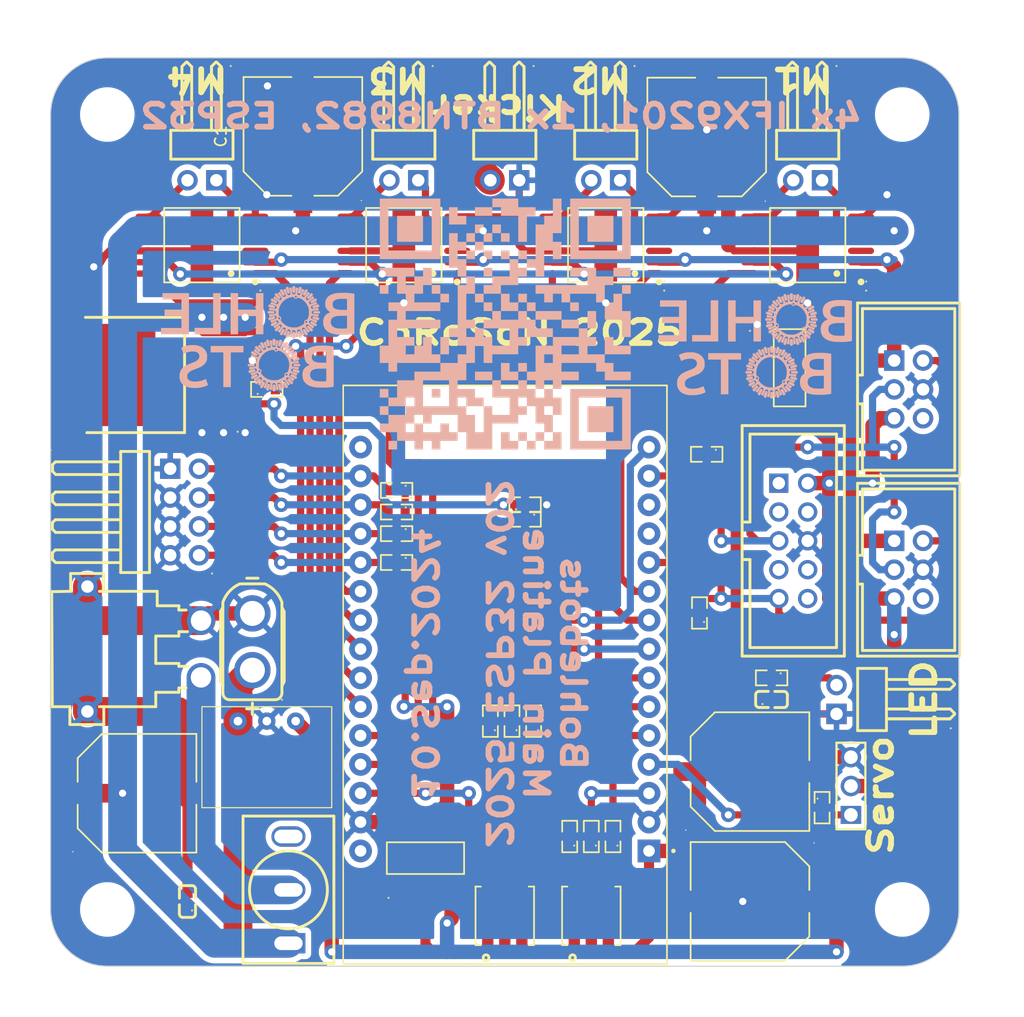
<source format=kicad_pcb>
(kicad_pcb (version 20240108) (generator "pcbnew") (generator_version "8.0")
  (layers (0 "F.Cu" signal) (31 "B.Cu" signal) (34 "B.Paste" user) (35 "F.Paste" user) (36 "B.SilkS" user "B.Silkscreen") (37 "F.SilkS" user "F.Silkscreen") (38 "B.Mask" user) (39 "F.Mask" user) (44 "Edge.Cuts" user))
  (net 0 "")
  (net 1 "+3.3V")
  (net 2 "Data")
  (net 3 "Clock")
  (net 4 "GND")
  (net 8 "DIR2")
  (net 10 "Net-(IFX2-OUT1)")
  (net 11 "Net-(IFX2-OUT2)")
  (net 13 "PWM2")
  (net 14 "DIR3")
  (net 16 "led1b")
  (net 17 "+5V")
  (net 18 "+BATT")
  (net 19 "DIR1")
  (net 21 "Net-(IFX1-OUT1)")
  (net 22 "Net-(IFX1-OUT2)")
  (net 23 "DIS")
  (net 24 "PWM1")
  (net 25 "/pled")
  (net 26 "Net-(IFX3-OUT1)")
  (net 27 "Net-(IFX3-OUT2)")
  (net 28 "PWM3")
  (net 29 "Net-(U10-Pad2)")
  (net 31 "/a1")
  (net 32 "/a2")
  (net 33 "/a3")
  (net 34 "/a4")
  (net 35 "Net-(U8-INH)")
  (net 36 "servo")
  (net 37 "led1r")
  (net 38 "led1g")
  (net 39 "Net-(LED2---Pad4)")
  (net 40 "Net-(LED2---Pad5)")
  (net 41 "Net-(LED2---Pad6)")
  (net 42 "led2b")
  (net 43 "led2r")
  (net 44 "led2g")
  (net 46 "Net-(U2-Pad2)")
  (net 47 "Net-(LED3---Pad4)")
  (net 48 "Net-(LED3---Pad5)")
  (net 49 "Net-(LED3---Pad6)")
  (net 56 "Net-(U8-IN)")
  (net 57 "kicker")
  (net 58 "PWM4")
  (net 59 "Net-(IFX4-OUT2)")
  (net 62 "Net-(IFX4-OUT1)")
  (net 64 "DIR4")
  (footprint "BohleBots:R0603" (layer "F.Cu") (at 9.525 28.575 90)
    (property "Reference" "R17" (hide yes))
    (property "Value" "SMD-220R" (hide yes))
  )
  (footprint "BohleBots:R0603" (layer "F.Cu") (at -20.955 -10.795)
    (property "Reference" "R18" (hide yes))
    (property "Value" "SMD-10k" (hide yes))
  )
  (footprint "BohleBots:R0603" (layer "F.Cu") (at 0.635 18.415 90)
    (property "Reference" "R11" (hide yes))
    (property "Value" "SMD-220R" (hide yes))
  )
  (footprint "BohleBots:HDR-TH_2P-P2.54-H-M-W10.4" (layer "F.Cu") (at 8.89 -29.21 180)
    (property "Reference" "J2" (hide yes))
    (property "Value" "Pinhead_01x02_horizontal" (hide yes))
  )
  (footprint "BohleBots:SO-12_L6.4-W7.5-P1.00-LS10.3-BL-EP" (layer "F.Cu") (at -26.67 -23.495 90)
    (property "Reference" "IFX4" (hide yes))
    (property "Value" "Mot4" (hide yes))
  )
  (footprint "BohleBots:R0603" (layer "F.Cu") (at 27.94 26.035 -90)
    (property "Reference" "R15" (hide yes))
    (property "Value" "SMD-10K" (hide yes))
  )
  (footprint "BohleBots:SW-TH_MT-0-103-A101-M200-RS" (layer "F.Cu") (at -19.05 33.275025 90)
    (property "Reference" "U2" (hide yes))
    (property "Value" "Switch" (hide yes))
  )
  (footprint "BohleBots:CONN-TH_XT30UPB-F" (layer "F.Cu") (at -22.225 11.43 90)
    (property "Reference" "CN1" (hide yes))
    (property "Value" "XT30UPB-F" (hide yes))
  )
  (footprint "BohleBots:CAP-SMD_BD10.0-L10.3-W10.3-LS11.3-FD" (layer "F.Cu") (at 21.59 22.86)
    (property "Reference" "C6" (hide yes))
    (property "Value" "SMD-220uF" (hide yes))
  )
  (footprint "BohleBots:R0603" (layer "F.Cu") (at -9.525 4.445 180)
    (property "Reference" "R10" (hide yes))
    (property "Value" "SMD-10K" (hide yes))
  )
  (footprint "BohleBots:HDR-TH_6P-P2.54-V-F-R2-C3-S2.54-4" (layer "F.Cu") (at 35.559997 -10.795 -90)
    (property "Reference" "U5" (hide yes))
    (property "Value" "Pfostenstecker_6_2x3" (hide yes))
  )
  (footprint "BohleBots:R0603" (layer "F.Cu") (at 1.786634 -0.635)
    (property "Reference" "R14" (hide yes))
    (property "Value" "SMD-10k" (hide yes))
  )
  (footprint "BohleBots:HDR-TH_3P-P2.54-V-M-1" (layer "F.Cu") (at 30.48 24.13 90)
    (property "Reference" "H1" (hide yes))
    (property "Value" "Pinhead_1x03V" (hide yes))
  )
  (footprint "BohleBots:R0603" (layer "F.Cu") (at 17.145 8.89 90)
    (property "Reference" "R2" (hide yes))
    (property "Value" "SMD-10K" (hide yes))
  )
  (footprint "BohleBots:R0603" (layer "F.Cu") (at 5.715 28.575 90)
    (property "Reference" "R13" (hide yes))
    (property "Value" "SMD-220R" (hide yes))
  )
  (footprint "BohleBots:R0603" (layer "F.Cu") (at 1.786634 0.635 180)
    (property "Reference" "R23" (hide yes))
    (property "Value" "1k" (hide yes))
  )
  (footprint "BohleBots:TO-263-7_L10.2-W10.4-P1.27-LS14.4-TL" (layer "F.Cu") (at -29.845 -12.065 180)
    (property "Reference" "U8" (hide yes))
    (property "Value" "BTN8982TAAUMA1" (hide yes))
  )
  (footprint "BohleBots:HDR-TH_2P-P2.54-H-M-W10.4" (layer "F.Cu") (at 26.67 -29.21 180)
    (property "Reference" "J1" (hide yes))
    (property "Value" "Pinhead_01x02_horizontal" (hide yes))
  )
  (footprint "BohleBots:HDR-TH_10P-P2.54-V-F-R2-C5-S2.54-5" (layer "F.Cu") (at 25.399997 2.540005 -90)
    (property "Reference" "U7" (hide yes))
    (property "Value" "Pfostenstecker_10_2x5" (hide yes))
  )
  (footprint "BohleBots:R0603" (layer "F.Cu") (at -9.525 -1.905 180)
    (property "Reference" "R5" (hide yes))
    (property "Value" "SMD-10K" (hide yes))
  )
  (footprint "BohleBots:R0603" (layer "F.Cu") (at 23.495 14.605 180)
    (property "Reference" "R8" (hide yes))
    (property "Value" "SMD-100R" (hide yes))
  )
  (footprint "BohleBots:HDR-TH_2P-P2.54-H-M-W10.4" (layer "F.Cu") (at -8.89 -29.21 180)
    (property "Reference" "J3" (hide yes))
    (property "Value" "Pinhead_01x02_horizontal" (hide yes))
  )
  (footprint "BohleBots:MountingHole_4.3mm_M4" (layer "F.Cu") (at -35 35)
    (property "Reference" "H6" (hide yes))
    (property "Value" "MountingHole" (hide yes))
  )
  (footprint "BohleBots:HDR-TH_2P-P2.54-H-M-W10.4" (layer "F.Cu") (at 29.21 16.51 90)
    (property "Reference" "U12" (hide yes))
    (property "Value" "Pinhead_1x02H" (hide yes))
  )
  (footprint "BohleBots:HDR-TH_8P-P2.54-H-M-R2-C4-S2.54" (layer "F.Cu") (at -28.191488 -0.000003 -90)
    (property "Reference" "J5" (hide yes))
    (property "Value" "Conn_02x04_Row_Letter_First" (hide yes))
  )
  (footprint "BohleBots:SO-12_L6.4-W7.5-P1.00-LS10.3-BL-EP" (layer "F.Cu") (at -8.89 -23.495 90)
    (property "Reference" "IFX3" (hide yes))
    (property "Value" "Mot3" (hide yes))
  )
  (footprint "BohleBots:MountingHole_4.3mm_M4" (layer "F.Cu") (at 35 -35)
    (property "Reference" "H7" (hide yes))
    (property "Value" "MountingHole" (hide yes))
  )
  (footprint "BohleBots:CAP-SMD_BD10.0-L10.3-W10.3-LS11.3-FD" (layer "F.Cu") (at -17.78 -33.074873 90)
    (property "Reference" "C1")
    (property "Value" "SMD-220uF_50V")
  )
  (footprint "BohleBots:CAP-SMD_BD10.0-L10.3-W10.3-LS11.3-FD" (layer "F.Cu") (at -32.385 24.765)
    (property "Reference" "C10" (hide yes))
    (property "Value" "SMD-220uF_50V" (hide yes))
  )
  (footprint "BohleBots:R0603" (layer "F.Cu") (at -9.525 0 180)
    (property "Reference" "R6" (hide yes))
    (property "Value" "SMD-10K" (hide yes))
  )
  (footprint "BohleBots:HDR-TH_2P-P2.54-H-M-W10.4" (layer "F.Cu") (at -0.000003 -29.21 180)
    (property "Reference" "U10" (hide yes))
    (property "Value" "Pinhead_1x02H" (hide yes))
  )
  (footprint "BohleBots:CAP-SMD_BD10.0-L10.3-W10.3-LS11.3-FD" (layer "F.Cu") (at 21.59 34.29 180)
    (property "Reference" "C5" (hide yes))
    (property "Value" "RVT1A221M0605-C72494" (hide yes))
  )
  (footprint "BohleBots:MountingHole_4.3mm_M4" (layer "F.Cu") (at -35 -35)
    (property "Reference" "H5" (hide yes))
    (property "Value" "MountingHole" (hide yes))
  )
  (footprint "BohleBots:SO-12_L6.4-W7.5-P1.00-LS10.3-BL-EP" (layer "F.Cu") (at 8.89 -23.495 90)
    (property "Reference" "IFX2" (hide yes))
    (property "Value" "Mot2" (hide yes))
  )
  (footprint "BohleBots:R0603" (layer "F.Cu") (at 7.62 28.575 90)
    (property "Reference" "R16" (hide yes))
    (property "Value" "SMD-220R" (hide yes))
  )
  (footprint "BohleBots:MountingHole_4.3mm_M4" (layer "F.Cu") (at 35 35)
    (property "Reference" "H8" (hide yes))
    (property "Value" "MountingHole" (hide yes))
  )
  (footprint "BohleBots:HDR-TH_2P-P2.54-H-M-W10.4" (layer "F.Cu") (at -26.67 -29.21 180)
    (property "Reference" "J4" (hide yes))
    (property "Value" "Pinhead_01x02_horizontal" (hide yes))
  )
  (footprint "BohleBots:LED-SMD_6P-L5.0-W5.0-TL_TC5050RGBF08" (layer "F.Cu") (at 7.62 35.56 90)
    (property "Reference" "LED3" (hide yes))
    (property "Value" "led2" (hide yes))
  )
  (footprint "BohleBots:MODULE_ESP32_DEVKIT_V1" (layer "F.Cu") (at 0 14.329994 180)
    (property "Reference" "U9" (hide yes))
    (property "Value" "ESP32-WROOM 30-pin dev board" (hide yes))
  )
  (footprint "BohleBots:C0603" (layer "F.Cu") (at 23.495 16.51)
    (property "Reference" "C4" (hide yes))
    (property "Value" "SMD-100nF" (hide yes))
  )
  (footprint "BohleBots:R0603" (layer "F.Cu") (at 17.78 -5.08 180)
    (property "Reference" "R3" (hide yes))
    (property "Value" "SMD-10K" (hide yes))
  )
  (footprint "BohleBots:CAP-SMD_BD10.0-L10.3-W10.3-LS11.3-FD" (layer "F.Cu") (at 17.78 -33.02 90)
    (property "Reference" "C8" (hide yes))
    (property "Value" "SMD-220uF_50V" (hide yes))
  )
  (footprint "BohleBots:R785K" (layer "F.Cu") (at -20.955 18.415)
    (property "Reference" "R78K1" (hide yes))
    (property "Value" "~")
  )
  (footprint "BohleBots:R0603" (layer "F.Cu") (at -1.27 18.415 90)
    (property "Reference" "R9" (hide yes))
    (property "Value" "SMD-220R" (hide yes))
  )
  (footprint "BohleBots:SOT-223_L6.5-W3.5-P2.30-LS7.0-BR" (layer "F.Cu") (at -6.985 30.48 -90)
    (property "Reference" "U11" (hide yes))
    (property "Value" "LM1117IMPX-3_3_NOPB" (hide yes))
  )
  (footprint "BohleBots:CONN-TH_XT30PW-M" (layer "F.Cu") (at -31.75 12.065 -90)
    (property "Reference" "U4" (hide yes))
    (property "Value" "XT30_horizontal" (hide yes))
  )
  (footprint "BohleBots:HDR-TH_6P-P2.54-V-F-R2-C3-S2.54-4" (layer "F.Cu") (at 35.559997 5.080005 -90)
    (property "Reference" "U6" (hide yes))
    (property "Value" "Pfostenstecker_6_2x3" (hide yes))
  )
  (footprint "BohleBots:C0603" (layer "F.Cu") (at -27.94 34.29 90)
    (property "Reference" "C9" (hide yes))
    (property "Value" "SMD-100nF" (hide yes))
  )
  (footprint "BohleBots:SO-12_L6.4-W7.5-P1.00-LS10.3-BL-EP" (layer "F.Cu") (at 26.67 -23.495 90)
    (property "Reference" "IFX1" (hide yes))
    (property "Value" "Mot1" (hide yes))
  )
  (footprint "BohleBots:R0603" (layer "F.Cu") (at -9.525 1.905 180)
    (property "Reference" "R7" (hide yes))
    (property "Value" "SMD-10K" (hide yes))
  )
  (footprint "BohleBots:R0603" (layer "F.Cu") (at 2.54 18.415 90)
    (property "Reference" "R12" (hide yes))
    (property "Value" "SMD-220R" (hide yes))
  )
  (footprint "BohleBots:LED-SMD_6P-L5.0-W5.0-TL_TC5050RGBF08" (layer "F.Cu") (at 0 35.56 90)
    (property "Reference" "LED2" (hide yes))
    (property "Value" "led1" (hide yes))
  )
  (footprint "BohleBots:SOT-223_L6.5-W3.5-P2.30-LS7.0-BR" (layer "F.Cu") (at 25.082506 -12.7 180)
    (property "Reference" "U3" (hide yes))
    (property "Value" "LM1117IMPX-3_3_NOPB" (hide yes))
  )
  (footprint "BohleBots:logo" (layer "B.Cu") (at -21.59 -15.24 180)
    (property "Reference" "G***" (hide yes))
    (property "Value" "LOGO" (hide yes))
  )
  (footprint "BohleBots:github" (layer "B.Cu") (at 0 -16.51 180)
    (property "Reference" "G***" (hide yes))
    (property "Value" "LOGO" (hide yes))
  )
  (footprint "BohleBots:logo" (layer "B.Cu") (at 22.225 -14.605 180)
    (property "Reference" "G***" (hide yes))
    (property "Value" "LOGO" (hide yes))
  )
  (gr_arc (start 35 -40) (mid 38.535534 -38.535534) (end 40 -35) (stroke (width 0.1)) (layer "Edge.Cuts"))
  (gr_line (start -40 35) (end -40 -35) (stroke (width 0.1)) (layer "Edge.Cuts"))
  (gr_arc (start -40 -35) (mid -38.535534 -38.535534) (end -35 -40) (stroke (width 0.1)) (layer "Edge.Cuts"))
  (gr_line (start 35 40) (end -35 40) (stroke (width 0.1)) (layer "Edge.Cuts"))
  (gr_line (start -35 -40) (end 35 -40) (stroke (width 0.1)) (layer "Edge.Cuts"))
  (gr_arc (start 40 35) (mid 38.535534 38.535534) (end 35 40) (stroke (width 0.1)) (layer "Edge.Cuts"))
  (gr_arc (start -35 40) (mid -38.535534 38.535534) (end -40 35) (stroke (width 0.1)) (layer "Edge.Cuts"))
  (gr_line (start 40 -35) (end 40 35) (stroke (width 0.1)) (layer "Edge.Cuts"))
  (gr_text "Bohlebots\nMain Platine\n2025 ESP32 v02\n\n10.Sep.2024" (at -8.255 13.335 -90) (layer "B.SilkS") (effects (font (size 2.032 2.54) (thickness 0.508) (bold yes)) (justify bottom mirror)))
  (gr_text "4x IFX9201, 1x BTN8982, ESP32" (at 31.75 -33.655 0) (layer "B.SilkS") (effects (font (size 2.032 2.54) (thickness 0.508) (bold yes)) (justify left bottom mirror)))
  (gr_text "M4" (at -24.099998 -39.269995 180) (layer "F.SilkS") (effects (font (size 2.032 2.54) (thickness 0.508) (bold yes)) (justify left bottom)))
  (gr_text "Kicker" (at 5.715 -36.83 180) (layer "F.SilkS") (effects (font (size 2.032 2.54) (thickness 0.508) (bold yes)) (justify left bottom)))
  (gr_text "M1" (at 29.210005 -39.239998 180) (layer "F.SilkS") (effects (font (size 2.032 2.54) (thickness 0.508) (bold yes)) (justify left bottom)))
  (gr_text "CoRoSoN 2025" (at -13.335 -14.605 0) (layer "F.SilkS") (effects (font (size 2.032 2.54) (thickness 0.508) (bold yes)) (justify left bottom)))
  (gr_text "LED" (at 38.1 20.32 90) (layer "F.SilkS") (effects (font (size 2.032 2.54) (thickness 0.508) (bold yes)) (justify left bottom)))
  (gr_text "M2" (at 11.460002 -39.269995 180) (layer "F.SilkS") (effects (font (size 2.032 2.54) (thickness 0.508) (bold yes)) (justify left bottom)))
  (gr_text "M3" (at -6.349995 -39.239998 180) (layer "F.SilkS") (effects (font (size 2.032 2.54) (thickness 0.508) (bold yes)) (justify left bottom)))
  (gr_text "Servo" (at 34.29 30.48 90) (layer "F.SilkS") (effects (font (size 2.032 2.54) (thickness 0.508) (bold yes)) (justify left bottom)))
  (segment (start 34.289994 -13.335005) (end 30.48 -13.335005) (width 1.27) (layer "F.Cu") (net 1))
  (segment (start 23.812494 -12.7) (end 20.955 -12.7) (width 0.889) (layer "F.Cu") (net 1))
  (segment (start 19.05 -6.35) (end 20.32 -5.08) (width 0.889) (layer "F.Cu") (net 1))
  (segment (start -6.985 33.337506) (end -6.985 27.622494) (width 1.27) (layer "F.Cu") (net 1))
  (segment (start 1.500127 37.767518) (end 1.500127 38.504873) (width 0.635) (layer "F.Cu") (net 1))
  (segment (start 31.370025 -21.995) (end 33.425 -21.995) (width 0.635) (layer "F.Cu") (net 1))
  (segment (start 17.090127 16.51) (end 17.090127 22.86) (width 0.889) (layer "F.Cu") (net 1))
  (segment (start 18.533366 -5.08) (end 20.32 -5.08) (width 0.635) (layer "F.Cu") (net 1))
  (segment (start -1.500127 37.767518) (end -1.500127 38.504873) (width 0.635) (layer "F.Cu") (net 1))
  (segment (start 17.090127 16.51) (end 22.794975 16.51) (width 0.635) (layer "F.Cu") (net 1))
  (segment (start -5.08 25.717494) (end -6.985 27.622494) (width 1.27) (layer "F.Cu") (net 1))
  (segment (start 0 38.735) (end 1.27 38.735) (width 0.889) (layer "F.Cu") (net 1))
  (segment (start 19.05 -10.795) (end 19.05 -6.35) (width 0.889) (layer "F.Cu") (net 1))
  (segment (start -21.969975 -21.995) (end -19.915 -21.995) (width 0.635) (layer "F.Cu") (net 1))
  (segment (start 17.145 9.643366) (end 20.216104 9.643366) (width 0.635) (layer "F.Cu") (net 1))
  (segment (start 12.7 29.844994) (end 12.7 37.465) (width 0.889) (layer "F.Cu") (net 1))
  (segment (start -1.500127 38.504873) (end -1.27 38.735) (width 0.635) (layer "F.Cu") (net 1))
  (segment (start 12.7 29.844994) (end 15.875 29.844994) (width 1.27) (layer "F.Cu") (net 1))
  (segment (start -2.135 -21.995) (end -1.905 -22.225) (width 0.635) (layer "F.Cu") (net 1))
  (segment (start 17.090127 28.629867) (end 17.090127 22.86) (width 1.27) (layer "F.Cu") (net 1))
  (segment (start 0 37.767518) (end 0 38.735) (width 0.635) (layer "F.Cu") (net 1))
  (segment (start -1.27 38.735) (end 0 38.735) (width 0.889) (layer "F.Cu") (net 1))
  (segment (start 30.48 2.54) (end 30.48 -13.335005) (width 1.27) (layer "F.Cu") (net 1))
  (segment (start 11.43 38.735) (end 1.27 38.735) (width 0.889) (layer "F.Cu") (net 1))
  (segment (start 33.425 -21.995) (end 33.655 -22.225) (width 0.635) (layer "F.Cu") (net 1))
  (segment (start -8.771634 17.026634) (end -8.771634 4.445) (width 0.635) (layer "F.Cu") (net 1))
  (segment (start 30.48 2.54) (end 34.289994 2.54) (width 1.27) (layer "F.Cu") (net 1))
  (segment (start 15.645 -21.995) (end 15.875 -22.225) (width 0.635) (layer "F.Cu") (net 1))
  (segment (start -6.35 38.735) (end -1.27 38.735) (width 0.889) (layer "F.Cu") (net 1))
  (segment (start 34.289994 -13.335005) (end 34.289994 -21.590006) (width 1.27) (layer "F.Cu") (net 1))
  (segment (start -4.189975 -21.995) (end -2.135 -21.995) (width 0.635) (layer "F.Cu") (net 1))
  (segment (start 22.794975 14.658341) (end 22.741634 14.605) (width 0.635) (layer "F.Cu") (net 1))
  (segment (start -6.985 38.1) (end -6.35 38.735) (width 0.889) (layer "F.Cu") (net 1))
  (segment (start 20.33447 -4.43053) (end 20.33447 9.525) (width 0.889) (layer "F.Cu") (net 1))
  (segment (start 20.32 -4.445) (end 20.33447 -4.43053) (width 0.889) (layer "F.Cu") (net 1))
  (segment (start -8.771634 0) (end -8.771634 1.905) (width 0.635) (layer "F.Cu") (net 1))
  (segment (start -5.08 17.145) (end -5.08 25.717494) (width 1.27) (layer "F.Cu") (net 1))
  (segment (start 15.875 29.844994) (end 17.090127 28.629867) (width 1.27) (layer "F.Cu") (net 1))
  (segment (start 17.090127 16.51) (end 17.090127 14.659873) (width 0.889) (layer "F.Cu") (net 1))
  (segment (start -19.915 -21.995) (end -19.685 -22.225) (width 0.635) (layer "F.Cu") (net 1))
  (segment (start 12.7 37.465) (end 11.43 38.735) (width 0.889) (layer "F.Cu") (net 1))
  (segment (start 20.32 -5.08) (end 20.32 -4.445) (width 0.889) (layer "F.Cu") (net 1))
  (segment (start -8.89 17.145) (end -8.771634 17.026634) (width 0.635) (layer "F.Cu") (net 1))
  (segment (start 20.33447 11.41553) (end 20.33447 9.525) (width 0.889) (layer "F.Cu") (net 1))
  (segment (start 23.812494 -12.7) (end 30.48 -12.7) (width 1.27) (layer "F.Cu") (net 1))
  (segment (start 34.289994 -21.590006) (end 33.655 -22.225) (width 1.27) (layer "F.Cu") (net 1))
  (segment (start 22.794975 16.51) (end 22.794975 14.658341) (width 0.635) (layer "F.Cu") (net 1))
  (segment (start 20.216104 9.643366) (end 20.33447 9.525) (width 0.635) (layer "F.Cu") (net 1))
  (segment (start 1.500127 38.504873) (end 1.27 38.735) (width 0.635) (layer "F.Cu") (net 1))
  (segment (start 20.955 -12.7) (end 19.05 -10.795) (width 0.889) (layer "F.Cu") (net 1))
  (segment (start -8.771634 1.905) (end -8.771634 4.445) (width 0.635) (layer "F.Cu") (net 1))
  (segment (start 17.090127 14.659873) (end 20.33447 11.41553) (width 0.889) (layer "F.Cu") (net 1))
  (segment (start -6.985 33.337506) (end -6.985 38.1) (width 0.889) (layer "F.Cu") (net 1))
  (segment (start -8.771634 -1.905) (end -8.771634 0) (width 0.635) (layer "F.Cu") (net 1))
  (segment (start 13.590025 -21.995) (end 15.645 -21.995) (width 0.635) (layer "F.Cu") (net 1))
  (via (at 15.875 -22.225) (size 1.27) (drill 0.635) (layers "F.Cu" "B.Cu") (net 1))
  (via (at -8.89 17.145) (size 1.27) (drill 0.635) (layers "F.Cu" "B.Cu") (net 1))
  (via (at -19.685 -22.225) (size 1.27) (drill 0.635) (layers "F.Cu" "B.Cu") (net 1))
  (via (at 33.655 -22.225) (size 1.27) (drill 0.635) (layers "F.Cu" "B.Cu") (net 1))
  (via (at -5.08 17.145) (size 1.27) (drill 0.635) (layers "F.Cu" "B.Cu") (net 1))
  (via (at -1.905 -22.225) (size 1.27) (drill 0.635) (layers "F.Cu" "B.Cu") (net 1))
  (segment (start -8.89 17.145) (end -5.08 17.145) (width 0.635) (layer "B.Cu") (net 1))
  (segment (start -19.685 -22.225) (end 34.29 -22.225) (width 0.635) (layer "B.Cu") (net 1))
  (segment (start 38.735 -12.7) (end 38.735 2.54) (width 0.635) (layer "F.Cu") (net 2))
  (segment (start 18.414994 4.444994) (end 12.7 4.444994) (width 0.635) (layer "F.Cu") (net 2))
  (segment (start 19.05 5.08) (end 18.414994 4.444994) (width 0.635) (layer "F.Cu") (net 2))
  (segment (start 38.735 8.89) (end 38.1 9.525) (width 0.635) (layer "F.Cu") (net 2))
  (segment (start 38.735 2.54) (end 38.735 8.89) (width 0.635) (layer "F.Cu") (net 2))
  (segment (start 24.129994 8.889994) (end 24.129994 7.620015) (width 0.635) (layer "F.Cu") (net 2))
  (segment (start 38.099995 -13.335005) (end 38.735 -12.7) (width 0.635) (layer "F.Cu") (net 2))
  (segment (start 24.765 9.525) (end 24.129994 8.889994) (width 0.635) (layer "F.Cu") (net 2))
  (segment (start 36.83 -13.335005) (end 38.099995 -13.335005) (width 0.635) (layer "F.Cu") (net 2))
  (segment (start 36.83 2.54) (end 38.735 2.54) (width 0.635) (layer "F.Cu") (net 2))
  (segment (start 19.05 7.62) (end 19.05 5.08) (width 0.635) (layer "F.Cu") (net 2))
  (segment (start 38.1 9.525) (end 24.765 9.525) (width 0.635) (layer "F.Cu") (net 2))
  (segment (start 19.05 7.62) (end 17.661634 7.62) (width 0.635) (layer "F.Cu") (net 2))
  (segment (start 17.661634 7.62) (end 17.145 8.136634) (width 0.635) (layer "F.Cu") (net 2))
  (via (at 19.05 7.62) (size 1.27) (drill 0.635) (layers "F.Cu" "B.Cu") (net 2))
  (segment (start 19.050015 7.620015) (end 19.05 7.62) (width 0.635) (layer "B.Cu") (net 2))
  (segment (start 24.129994 7.620015) (end 19.050015 7.620015) (width 0.635) (layer "B.Cu") (net 2))
  (segment (start 21.59 -5.08) (end 22.225 -5.715) (width 0.635) (layer "F.Cu") (net 3))
  (segment (start 19.05 -0.99851) (end 19.05 2.54) (width 0.635) (layer "F.Cu") (net 3))
  (segment (start 26.67 -5.715) (end 22.225 -5.715) (width 0.635) (layer "F.Cu") (net 3))
  (segment (start 22.225005 2.540005) (end 24.129994 2.540005) (width 0.635) (layer "F.Cu") (net 3))
  (segment (start 12.7 -3.175006) (end 16.873504 -3.175006) (width 0.635) (layer "F.Cu") (net 3))
  (segment (start 17.026634 -3.328136) (end 16.873504 -3.175006) (width 0.635) (layer "F.Cu") (net 3))
  (segment (start 34.29 0) (end 34.29 -5.715) (width 0.635) (layer "F.Cu") (net 3))
  (segment (start 21.59 1.905) (end 21.59 -5.08) (width 0.635) (layer "F.Cu") (net 3))
  (segment (start 22.225005 2.540005) (end 21.59 1.905) (width 0.635) (layer "F.Cu") (net 3))
  (segment (start 17.026634 -5.08) (end 17.026634 -3.328136) (width 0.635) (layer "F.Cu") (net 3))
  (segment (start 16.873504 -3.175006) (end 19.05 -0.99851) (width 0.635) (layer "F.Cu") (net 3))
  (via (at 19.05 2.54) (size 1.27) (drill 0.635) (layers "F.Cu" "B.Cu") (net 3))
  (via (at 26.67 -5.715) (size 1.27) (drill 0.635) (layers "F.Cu" "B.Cu") (net 3))
  (via (at 34.29 -5.715) (size 1.27) (drill 0.635) (layers "F.Cu" "B.Cu") (net 3))
  (via (at 34.29 0) (size 1.27) (drill 0.635) (layers "F.Cu" "B.Cu") (net 3))
  (segment (start 33.020005 5.080005) (end 32.385 4.445) (width 0.635) (layer "B.Cu") (net 3))
  (segment (start 34.29 -5.715) (end 32.385 -5.715) (width 0.635) (layer "B.Cu") (net 3))
  (segment (start 32.385 -10.16) (end 33.02 -10.795) (width 0.635) (layer "B.Cu") (net 3))
  (segment (start 33.02 -10.795) (end 34.289994 -10.795) (width 0.635) (layer "B.Cu") (net 3))
  (segment (start 26.67 -5.715) (end 34.29 -5.715) (width 0.635) (layer "B.Cu") (net 3))
  (segment (start 24.129994 2.540005) (end 19.050005 2.540005) (width 0.635) (layer "B.Cu") (net 3))
  (segment (start 33.02 0) (end 34.29 0) (width 0.635) (layer "B.Cu") (net 3))
  (segment (start 32.385 4.445) (end 32.385 0.635) (width 0.635) (layer "B.Cu") (net 3))
  (segment (start 32.385 0.635) (end 33.02 0) (width 0.635) (layer "B.Cu") (net 3))
  (segment (start 32.385 -5.715) (end 32.385 -10.16) (width 0.635) (layer "B.Cu") (net 3))
  (segment (start 19.050005 2.540005) (end 19.05 2.54) (width 0.635) (layer "B.Cu") (net 3))
  (segment (start 34.289994 5.080005) (end 33.020005 5.080005) (width 0.635) (layer "B.Cu") (net 3))
  (segment (start 20.09 -24.995) (end 19.685 -25.4) (width 0.635) (layer "F.Cu") (net 4))
  (segment (start 18.415 -33.655) (end 19.685 -32.385) (width 1.27) (layer "F.Cu") (net 4))
  (segment (start 21.969975 -23.995) (end 19.82 -23.995) (width 0.635) (layer "F.Cu") (net 4))
  (segment (start -36.75 9.445) (end -36.75 6.565) (width 2.54) (layer "F.Cu") (net 4))
  (segment (start 19.685 -32.385) (end 19.685 -23.495) (width 1.27) (layer "F.Cu") (net 4))
  (segment (start 1.27 -26.035) (end 1.27 -29.21) (width 0.635) (layer "F.Cu") (net 4))
  (segment (start 8.389873 -23.995) (end 8.89 -23.494873) (width 0.635) (layer "F.Cu") (net 4))
  (segment (start -9.389873 -22.995) (end -8.89 -23.494873) (width 0.635) (layer "F.Cu") (net 4))
  (segment (start 25.169873 -24.995) (end 26.67 -23.494873) (width 0.635) (layer "F.Cu") (net 4))
  (segment (start 30.48 21.589995) (end 27.359878 21.589995) (width 1.27) (layer "F.Cu") (net 4))
  (segment (start -27.94 24.819873) (end -27.885127 24.765) (width 0.889) (layer "F.Cu") (net 4))
  (segment (start 1.23 -25.995) (end 1.27 -26.035) (width 0.635) (layer "F.Cu") (net 4))
  (segment (start -24.722394 -8.254992) (end -22.860008 -8.254992) (width 0.635) (layer "F.Cu") (net 4))
  (segment (start 1.77 -22.995) (end 1.27 -23.495) (width 0.635) (layer "F.Cu") (net 4))
  (segment (start -8.89 -23.494873) (end -8.89 -18.415) (width 1.27) (layer "F.Cu") (net 4))
  (segment (start 1.27 -24.13) (end 1.27 -24.765) (width 0.635) (layer "F.Cu") (net 4))
  (segment (start -9.284975 31.990025) (end -10.16 31.115) (width 1.27) (layer "F.Cu") (net 4))
  (segment (start 1.5 -24.995) (end 1.27 -24.765) (width 0.635) (layer "F.Cu") (net 4))
  (segment (start 1.405 -23.995) (end 1.27 -24.13) (width 0.635) (layer "F.Cu") (net 4))
  (segment (start -10.795006 27.304994) (end -12.7 27.304994) (width 1.27) (layer "F.Cu") (net 4))
  (segment (start -33.79 -23.995) (end -31.370025 -23.995) (width 0.635) (layer "F.Cu") (net 4))
  (segment (start 14.565 -25.995) (end 15.24 -26.67) (width 0.635) (layer "F.Cu") (net 4))
  (segment (start 26.089873 22.86) (end 27.305 22.86) (width 0.635) (layer "F.Cu") (net 4))
  (segment (start -28.79 17.565) (end -36.75 17.565) (width 2.54) (layer "F.Cu") (net 4))
  (segment (start -28.170127 -24.995) (end -26.67 -23.494873) (width 0.635) (layer "F.Cu") (net 4))
  (segment (start -31.370025 -24.995) (end -28.170127 -24.995) (width 0.635) (layer "F.Cu") (net 4))
  (segment (start 21.969975 -24.995) (end 25.169873 -24.995) (width 0.635) (layer "F.Cu") (net 4))
  (segment (start -9.284975 33.337506) (end -9.284975 31.990025) (width 1.27) (layer "F.Cu") (net 4))
  (segment (start -13.590025 -24.995) (end -10.390127 -24.995) (width 0.635) (layer "F.Cu") (net 4))
  (segment (start -24.722394 -8.254992) (end -24.722394 -7.027606) (width 0.635) (layer "F.Cu") (net 4))
  (segment (start 1.27 -23.495) (end 1.27 -24.13) (width 0.635) (layer "F.Cu") (net 4))
  (segment (start 4.189975 -24.995) (end 7.389873 -24.995) (width 0.635) (layer "F.Cu") (net 4))
  (segment (start -10.390127 -24.995) (end -8.89 -23.494873) (width 0.635) (layer "F.Cu") (net 4))
  (segment (start -21.969975 -25.995) (end -21.969975 -26.925025) (width 0.635) (layer "F.Cu") (net 4))
  (segment (start 25.465028 17.780003) (end 24.195025 16.51) (width 0.635) (layer "F.Cu") (net 4))
  (segment (start -36.79 9.565) (end -36.83 9.525) (width 2.54) (layer "F.Cu") (net 4))
  (segment (start -26.75 9.565) (end -36.79 9.565) (width 2.54) (layer "F.Cu") (net 4))
  (segment (start 19.685 -24.13) (end 19.685 -25.4) (width 0.635) (layer "F.Cu") (net 4))
  (segment (start -13.590025 -22.995) (end -9.389873 -22.995) (width 0.635) (layer "F.Cu") (net 4))
  (segment (start 4.189975 -24.995) (end 1.5 -24.995) (width 0.635) (layer "F.Cu") (net 4))
  (segment (start -13.590025 -23.995) (end -9.390127 -23.995) (width 0.635) (layer "F.Cu") (net 4))
  (segment (start 2.54 -0.635) (end 3.691634 -0.635) (width 0.635) (layer "F.Cu") (net 4))
  (segment (start -27.170127 -23.995) (end -26.67 -23.494873) (width 0.635) (layer "F.Cu") (net 4))
  (segment (start 20.185 -22.995) (end 19.685 -23.495) (width 0.635) (layer "F.Cu") (net 4))
  (segment (start -10.16 31.115) (end -10.16 27.94) (width 1.27) (layer "F.Cu") (net 4))
  (segment (start 15.24 -26.67) (end 15.24 -31.115) (width 0.635) (layer "F.Cu") (net 4))
  (segment (start 26.169873 -23.995) (end 26.67 -23.494873) (width 0.635) (layer "F.Cu") (net 4))
  (segment (start 21.969975 -22.995) (end 26.170127 -22.995) (width 0.635) (layer "F.Cu") (net 4))
  (segment (start 13.590025 -25.995) (end 14.565 -25.995) (width 0.635) (layer "F.Cu") (net 4))
  (segment (start -27.94 33.589975) (end -27.94 24.819873) (width 0.889) (layer "F.Cu") (net 4))
  (segment (start -36.195 -21.59) (end -32.79 -24.995) (width 0.635) (layer "F.Cu") (net 4))
  (segment (start 29.21 17.780003) (end 25.465028 17.780003) (width 0.635) (layer "F.Cu") (net 4))
  (segment (start -24.722394 -13.335003) (end -22.225003 -13.335003) (width 0.635) (layer "F.Cu") (net 4))
  (segment (start -26.115 8.93) (end -26.75 9.565) (width 1.27) (layer "F.Cu") (net 4))
  (segment (start 21.969975 -23.995) (end 26.169873 -23.995) (width 0.635) (layer "F.Cu") (net 4))
  (segment (start 19.685 -23.495) (end 19.685 -24.13) (width 0.635) (layer "F.Cu") (net 4))
  (segment (start 4.189975 -22.995) (end 8.390127 -22.995) (width 0.635) (layer "F.Cu") (net 4))
  (segment (start 27.94 23.495) (end 27.94 25.281634) (width 0.635) (layer "F.Cu") (net 4))
  (segment (start -22.225 8.93) (end -26.115 8.93) (width 1.27) (layer "F.Cu") (net 4))
  (segment (start 4.189975 -22.995) (end 1.77 -22.995) (width 0.635) (layer "F.Cu") (net 4))
  (segment (start -10.16 27.94) (end -10.795006 27.304994) (width 1.27) (layer "F.Cu") (net 4))
  (segment (start 26.170127 -22.995) (end 26.67 -23.494873) (width 0.635) (layer "F.Cu") (net 4))
  (segment (start 4.189975 -23.995) (end 8.389873 -23.995) (width 0.635) (layer "F.Cu") (net 4))
  (segment (start -24.722394 -7.027606) (end -24.765 -6.985) (width 0.635) (layer "F.Cu") (net 4))
  (segment (start 22.225 -16.51) (end 22.225 -14.999975) (width 1.27) (layer "F.Cu") (net 4))
  (segment (start -36.75 17.565) (end -36.75 9.445) (width 2.54) (layer "F.Cu") (net 4))
  (segment (start -22.860008 -8.254992) (end -22.86 -8.255) (width 0.635) (layer "F.Cu") (net 4))
  (segment (start -21.969975 -26.925025) (end -20.955 -27.94) (width 0.635) (layer "F.Cu") (net 4))
  (segment (start 17.78 -33.655) (end 18.415 -33.655) (width 1.27) (layer "F.Cu") (net 4))
  (segment (start -26.67 -8.255) (end -26.67 -6.985) (width 0.635) (layer "F.Cu") (net 4))
  (segment (start 27.359878 21.589995) (end 26.089873 22.86) (width 1.27) (layer "F.Cu") (net 4))
  (segment (start -27.169873 -22.995) (end -26.67 -23.494873) (width 0.635) (layer "F.Cu") (net 4))
  (segment (start 4.189975 -23.995) (end 1.405 -23.995) (width 0.635) (layer "F.Cu") (net 4))
  (segment (start -32.79 -24.995) (end -31.370025 -24.995) (width 0.635) (layer "F.Cu") (net 4))
  (segment (start 15.24 -31.115) (end 17.78 -33.655) (width 0.635) (layer "F.Cu") (net 4))
  (segment (start 26.67 -23.494873) (end 26.67 -18.415) (width 1.27) (layer "F.Cu") (net 4))
  (segment (start 7.389873 -24.995) (end 8.89 -23.494873) (width 0.635) (layer "F.Cu") (net 4))
  (segment (start 8.390127 -22.995) (end 8.89 -23.494873) (width 0.635) (layer "F.Cu") (net 4))
  (segment (start -27.885127 18.469873) (end -28.79 17.565) (width 2.54) (layer "F.Cu") (net 4))
  (segment (start 17.090127 34.29) (end 15.875 34.29) (width 0.635) (layer "F.Cu") (net 4))
  (segment (start -22.225003 -13.335003) (end -22.225 -13.335) (width 0.635) (layer "F.Cu") (net 4))
  (segment (start 17.090127 34.29) (end 20.955 34.29) (width 1.27) (layer "F.Cu") (net 4))
  (segment (start -36.195 -21.59) (end -34.79 -22.995) (width 0.635) (layer "F.Cu") (net 4))
  (segment (start 31.71 -25.995) (end 31.370025 -25.995) (width 0.635) (layer "F.Cu") (net 4))
  (segment (start 27.305 22.86) (end 27.94 23.495) (width 0.635) (layer "F.Cu") (net 4))
  (segment (start -36.83 9.525) (end -36.75 9.445) (width 2.54) (layer "F.Cu") (net 4))
  (segment (start -26.669992 -8.254992) (end -26.67 -8.255) (width 0.635) (layer "F.Cu") (net 4))
  (segment (start -4.189975 -25.995) (end 1.23 -25.995) (width 0.635) (layer "F.Cu") (net 4))
  (segment (start -36.195 -21.59) (end -33.79 -23.995) (width 0.635) (layer "F.Cu") (net 4))
  (segment (start -22.86 -8.255) (end -22.86 -6.985) (width 0.635) (layer "F.Cu") (net 4))
  (segment (start 1.27 -24.765) (end 1.27 -26.035) (width 0.635) (layer "F.Cu") (net 4))
  (segment (start -31.370025 -23.995) (end -27.170127 -23.995) (width 0.635) (layer "F.Cu") (net 4))
  (segment (start -27.885127 24.765) (end -27.885127 18.469873) (width 2.54) (layer "F.Cu") (net 4))
  (segment (start -31.370025 -22.995) (end -27.169873 -22.995) (width 0.635) (layer "F.Cu") (net 4))
  (segment (start 17.78 -37.519873) (end 17.78 -33.655) (width 1.27) (layer "F.Cu") (net 4))
  (segment (start -34.79 -22.995) (end -31.370025 -22.995) (width 0.635) (layer "F.Cu") (net 4))
  (segment (start 21.969975 -22.995) (end 20.185 -22.995) (width 0.635) (layer "F.Cu") (net 4))
  (segment (start 21.969975 -24.995) (end 20.09 -24.995) (width 0.635) (layer "F.Cu") (net 4))
  (segment (start 33.655 -27.94) (end 31.71 -25.995) (width 0.635) (layer "F.Cu") (net 4))
  (segment (start -20.900127 -37.519873) (end -17.78 -37.519873) (width 1.27) (layer "F.Cu") (net 4))
  (segment (start 19.82 -23.995) (end 19.685 -24.13) (width 0.635) (layer "F.Cu") (net 4))
  (segment (start 8.89 -23.494873) (end 8.89 -18.415) (width 1.27) (layer "F.Cu") (net 4))
  (segment (start -9.390127 -23.995) (end -8.89 -23.494873) (width 0.635) (layer "F.Cu") (net 4))
  (segment (start -24.722394 -8.254992) (end -26.669992 -8.254992) (width 0.635) (layer "F.Cu") (net 4))
  (via (at 33.655 -27.94) (size 1.27) (drill 0.635) (layers "F.Cu" "B.Cu") (net 4))
  (via (at 3.691634 -0.635) (size 1.27) (drill 0.635) (layers "F.Cu" "B.Cu") (net 4))
  (via (at -24.765 -6.985) (size 1.27) (drill 0.635) (layers "F.Cu" "B.Cu") (net 4))
  (via (at 22.225 -16.51) (size 1.27) (drill 0.635) (layers "F.Cu" "B.Cu") (net 4))
  (via (at 26.67 -18.415) (size 1.27) (drill 0.635) (layers "F.Cu" "B.Cu") (net 4))
  (via (at -22.225 -13.335) (size 1.27) (drill 0.635) (layers "F.Cu" "B.Cu") (net 4))
  (via (at -36.195 -21.59) (size 1.27) (drill 0.635) (layers "F.Cu" "B.Cu") (net 4))
  (via (at -26.67 -6.985) (size 1.27) (drill 0.635) (layers "F.Cu" "B.Cu") (net 4))
  (via (at 8.89 -18.415) (size 1.27) (drill 0.635) (layers "F.Cu" "B.Cu") (net 4))
  (via (at -22.86 -6.985) (size 1.27) (drill 0.635) (layers "F.Cu" "B.Cu") (net 4))
  (via (at -20.900127 -37.519873) (size 1.27) (drill 0.635) (layers "F.Cu" "B.Cu") (net 4))
  (via (at 17.78 -33.655) (size 1.27) (drill 0.635) (layers "F.Cu" "B.Cu") (net 4))
  (via (at -8.89 -18.415) (size 1.27) (drill 0.635) (layers "F.Cu" "B.Cu") (net 4))
  (via (at -20.955 -27.94) (size 1.27) (drill 0.635) (layers "F.Cu" "B.Cu") (net 4))
  (via (at 20.955 34.29) (size 1.27) (drill 0.635) (layers "F.Cu" "B.Cu") (net 4))
  (segment (start 9.525 -12.7) (end -7.67402 -12.7) (width 0.635) (layer "F.Cu") (net 8))
  (segment (start -7.512506 -4.337506) (end -6.35 -3.175) (width 0.635) (layer "F.Cu") (net 8))
  (segment (start -6.35 20.955) (end -7.619994 22.224994) (width 0.635) (layer "F.Cu") (net 8))
  (segment (start -8.911514 -4.337506) (end -7.512506 -4.337506) (width 0.635) (layer "F.Cu") (net 8))
  (segment (start 11.43 -19.685) (end 11.43 -14.605) (width 0.635) (layer "F.Cu") (net 8))
  (segment (start -6.35 -3.175) (end -6.35 20.955) (width 0.635) (layer "F.Cu") (net 8))
  (segment (start -7.67402 -12.7) (end -9.0975 -11.27652) (width 0.635) (layer "F.Cu") (net 8))
  (segment (start -9.0975 -11.27652) (end -9.0975 -4.523492) (width 0.635) (layer "F.Cu") (net 8))
  (segment (start 13.590025 -20.995) (end 12.74 -20.995) (width 0.635) (layer "F.Cu") (net 8))
  (segment (start -7.619994 22.224994) (end -12.7 22.224994) (width 0.635) (layer "F.Cu") (net 8))
  (segment (start 12.74 -20.995) (end 11.43 -19.685) (width 0.635) (layer "F.Cu") (net 8))
  (segment (start 11.43 -14.605) (end 9.525 -12.7) (width 0.635) (layer "F.Cu") (net 8))
  (segment (start -9.0975 -4.523492) (end -8.911514 -4.337506) (width 0.635) (layer "F.Cu") (net 8))
  (segment (start 11.43 -25.4) (end 11.43 -27.940003) (width 0.635) (layer "F.Cu") (net 10))
  (segment (start 11.835 -24.995) (end 11.43 -25.4) (width 0.635) (layer "F.Cu") (net 10))
  (segment (start 13.590025 -24.995) (end 11.835 -24.995) (width 0.635) (layer "F.Cu") (net 10))
  (segment (start 11.43 -27.940003) (end 10.160003 -29.21) (width 0.635) (layer "F.Cu") (net 10))
  (segment (start 7.619997 -28.574997) (end 7.619997 -29.21) (width 0.635) (layer "F.Cu") (net 11))
  (segment (start 4.189975 -25.995) (end 5.04 -25.995) (width 0.635) (layer "F.Cu") (net 11))
  (segment (start 5.04 -25.995) (end 7.619997 -28.574997) (width 0.635) (layer "F.Cu") (net 11))
  (segment (start -8.255 -3.502506) (end -7.62 -2.867506) (width 0.635) (layer "F.Cu") (net 13))
  (segment (start -10.1625 -12.0625) (end -10.1625 -4.407624) (width 0.635) (layer "F.Cu") (net 13))
  (segment (start -7.62 19.05) (end -8.254994 19.684994) (width 0.635) (layer "F.Cu") (net 13))
  (segment (start -8.255 -13.97) (end -10.1625 -12.0625) (width 0.635) (layer "F.Cu") (net 13))
  (segment (start -7.62 -2.867506) (end -7.62 19.05) (width 0.635) (layer "F.Cu") (net 13))
  (segment (start 4.189975 -14.984975) (end 3.175 -13.97) (width 0.635) (layer "F.Cu") (net 13))
  (segment (start -10.1625 -4.407624) (end -9.257382 -3.502506) (width 0.635) (layer "F.Cu") (net 13))
  (segment (start 3.175 -13.97) (end -8.255 -13.97) (width 0.635) (layer "F.Cu") (net 13))
  (segment (start -9.257382 -3.502506) (end -8.255 -3.502506) (width 0.635) (layer "F.Cu") (net 13))
  (segment (start -8.254994 19.684994) (end -12.7 19.684994) (width 0.635) (layer "F.Cu") (net 13))
  (segment (start 4.189975 -20.995) (end 4.189975 -14.984975) (width 0.635) (layer "F.Cu") (net 13))
  (segment (start -8.89 -15.24) (end -5.08 -15.24) (width 0.635) (layer "F.Cu") (net 14))
  (segment (start -12.7 6.984994) (end -13.969994 6.984994) (width 0.635) (layer "F.Cu") (net 14))
  (segment (start -5.08 -15.24) (end -4.189975 -16.130025) (width 0.635) (layer "F.Cu") (net 14))
  (segment (start -14.605 6.35) (end -14.605 -9.525) (width 0.635) (layer "F.Cu") (net 14))
  (segment (start -13.97 6.985) (end -14.605 6.35) (width 0.635) (layer "F.Cu") (net 14))
  (segment (start -4.189975 -16.130025) (end -4.189975 -20.995) (width 0.635) (layer "F.Cu") (net 14))
  (segment (start -14.605 -9.525) (end -8.89 -15.24) (width 0.635) (layer "F.Cu") (net 14))
  (segment (start -13.969994 6.984994) (end -13.97 6.985) (width 0.635) (layer "F.Cu") (net 14))
  (segment (start 9.008366 17.661634) (end 9.525006 17.144994) (width 0.635) (layer "F.Cu") (net 16))
  (segment (start 9.525006 17.144994) (end 12.7 17.144994) (width 0.635) (layer "F.Cu") (net 16))
  (segment (start 2.54 17.661634) (end 9.008366 17.661634) (width 0.635) (layer "F.Cu") (net 16))
  (segment (start 33.02 -8.255) (end 33.020005 -8.254995) (width 1.27) (layer "F.Cu") (net 17))
  (segment (start 34.289994 7.62001) (end 28.57501 7.62001) (width 1.27) (layer "F.Cu") (net 17))
  (segment (start 34.29 27.94) (end 34.29 24.13) (width 1.27) (layer "F.Cu") (net 17))
  (segment (start 33.020005 -8.254995) (end 34.289994 -8.254995) (width 1.27) (layer "F.Cu") (net 17))
  (segment (start 29.21 34.29) (end 29.21 33.02) (width 1.27) (layer "F.Cu") (net 17))
  (segment (start 28.57501 7.62001) (end 28.575 7.62) (width 1.27) (layer "F.Cu") (net 17))
  (segment (start -15.24 21.59) (end -15.24 38.735) (width 1.27) (layer "F.Cu") (net 17))
  (segment (start 24.524975 -10.400025) (end 23.812494 -10.400025) (width 1.27) (layer "F.Cu") (net 17))
  (segment (start 28.574995 -2.540005) (end 28.575 -2.54) (width 1.27) (layer "F.Cu") (net 17))
  (segment (start -18.415 18.415) (end -15.24 21.59) (width 1.27) (layer "F.Cu") (net 17))
  (segment (start 29.21 33.02) (end 34.29 27.94) (width 1.27) (layer "F.Cu") (net 17))
  (segment (start -5.08 36.195) (end -4.685025 35.800025) (width 1.27) (layer "F.Cu") (net 17))
  (segment (start 29.21 38.735) (end 29.21 34.29) (width 1.27) (layer "F.Cu") (net 17))
  (segment (start 28.575 7.62) (end 28.575 -2.54) (width 1.27) (layer "F.Cu") (net 17))
  (segment (start 26.67 -2.540005) (end 28.574995 -2.540005) (width 1.27) (layer "F.Cu") (net 17))
  (segment (start 32.385 -2.54) (end 32.385 -7.62) (width 1.27) (layer "F.Cu") (net 17))
  (segment (start 26.089873 34.29) (end 29.21 34.29) (width 1.27) (layer "F.Cu") (net 17))
  (segment (start 30.48 24.13) (end 34.29 24.13) (width 1.27) (layer "F.Cu") (net 17))
  (segment (start 28.575 -2.54) (end 28.575 -6.35) (width 1.27) (layer "F.Cu") (net 17))
  (segment (start 28.575 -6.35) (end 24.524975 -10.400025) (width 1.27) (layer "F.Cu") (net 17))
  (segment (start 34.29 10.795) (end 34.29 24.13) (width 1.27) (layer "F.Cu") (net 17))
  (segment (start 32.385 -7.62) (end 33.02 -8.255) (width 1.27) (layer "F.Cu") (net 17))
  (segment (start -4.685025 35.800025) (end -4.685025 33.337506) (width 1.27) (layer "F.Cu") (net 17))
  (via (at 34.29 10.795) (size 1.27) (drill 0.635) (layers "F.Cu" "B.Cu") (net 17))
  (via (at -15.24 38.735) (size 1.27) (drill 0.635) (layers "F.Cu" "B.Cu") (net 17))
  (via (at 32.385 -2.54) (size 1.27) (drill 0.635) (layers "F.Cu" "B.Cu") (net 17))
  (via (at 29.21 38.735) (size 1.27) (drill 0.635) (layers "F.Cu" "B.Cu") (net 17))
  (via (at 28.575 -2.54) (size 1.27) (drill 0.635) (layers "F.Cu" "B.Cu") (net 17))
  (via (at -5.08 36.195) (size 1.27) (drill 0.635) (layers "F.Cu" "B.Cu") (net 17))
  (segment (start -15.24 38.735) (end -4.445 38.735) (width 1.27) (layer "B.Cu") (net 17))
  (segment (start -5.08 36.195) (end -5.08 38.735) (width 1.27) (layer "B.Cu") (net 17))
  (segment (start 2.54 38.735) (end 29.21 38.735) (width 1.27) (layer "B.Cu") (net 17))
  (segment (start -4.445 38.735) (end 2.54 38.735) (width 1.27) (layer "B.Cu") (net 17))
  (segment (start 34.29 7.620016) (end 34.289994 7.62001) (width 1.27) (layer "B.Cu") (net 17))
  (segment (start 34.29 10.795) (end 34.29 7.620016) (width 1.27) (layer "B.Cu") (net 17))
  (segment (start 28.575 -2.54) (end 32.385 -2.54) (width 1.27) (layer "B.Cu") (net 17))
  (segment (start 33.52 -23.995) (end 34.29 -24.765) (width 0.635) (layer "F.Cu") (net 18))
  (segment (start -25.52495 37.97505) (end -19.05 37.97505) (width 0.889) (layer "F.Cu") (net 18))
  (segment (start -23.495 18.415) (end -23.495 15.2) (width 2.54) (layer "F.Cu") (net 18))
  (segment (start -17.78 -28.520127) (end -17.78 -25.4) (width 1.27) (layer "F.Cu") (net 18))
  (segment (start 31.370025 -23.995) (end 33.52 -23.995) (width 0.635) (layer "F.Cu") (net 18))
  (segment (start -24.722394 -15.875008) (end -22.860008 -15.875008) (width 0.635) (layer "F.Cu") (net 18))
  (segment (start -22.860008 -15.875008) (end -22.86 -15.875) (width 0.635) (layer "F.Cu") (net 18))
  (segment (start -27.94 34.990025) (end -27.94 35.56) (width 0.889) (layer "F.Cu") (net 18))
  (segment (start 17.01 -23.995) (end 17.78 -24.765) (width 0.635) (layer "F.Cu") (net 18))
  (segment (start -23.495 15.2) (end -22.225 13.93) (width 2.54) (layer "F.Cu") (net 18))
  (segment (start -20.201634 -10.795) (end -20.201634 -15.121634) (width 0.635) (layer "F.Cu") (net 18))
  (segment (start -23.495 37.465) (end -23.495 18.415) (width 2.54) (layer "F.Cu") (net 18))
  (segment (start -24.722394 -17.102394) (end -24.765 -17.145) (width 0.635) (layer "F.Cu") (net 18))
  (segment (start -20.201634 -15.121634) (end -20.955008 -15.875008) (width 0.635) (layer "F.Cu") (net 18))
  (segment (start -22.98495 37.97505) (end -23.495 37.465) (width 2.54) (layer "F.Cu") (net 18))
  (segment (start -26.67 -15.875) (end -26.67 -17.145) (width 0.635) (layer "F.Cu") (net 18))
  (segment (start -18.92505 38.1) (end -19.05 37.97505) (width 0.635) (layer "F.Cu") (net 18))
  (segment (start -24.722394 -15.875008) (end -24.722394 -17.102394) (width 0.635) (layer "F.Cu") (net 18))
  (segment (start -26.669992 -15.875008) (end -26.67 -15.875) (width 0.635) (layer "F.Cu") (net 18))
  (segment (start -19.185 -23.995) (end -18.415 -24.765) (width 0.635) (layer "F.Cu") (net 18))
  (segment (start -2.675 -23.995) (end -1.905 -24.765) (width 0.635) (layer "F.Cu") (net 18))
  (segment (start -24.722394 -15.875008) (end -26.669992 -15.875008) (width 0.635) (layer "F.Cu") (net 18))
  (segment (start -20.955008 -15.875008) (end -24.722394 -15.875008) (width 0.635) (layer "F.Cu") (net 18))
  (segment (start -17.78 -25.4) (end -18.415 -24.765) (width 1.27) (layer "F.Cu") (net 18))
  (segment (start -27.94 35.56) (end -25.52495 37.97505) (width 0.889) (layer "F.Cu") (net 18))
  (segment (start 17.78 -24.765) (end 17.78 -28.520127) (width 1.27) (layer "F.Cu") (net 18))
  (segment (start -22.86 -15.875) (end -22.86 -17.145) (width 0.635) (layer "F.Cu") (net 18))
  (segment (start -4.189975 -23.995) (end -2.675 -23.995) (width 0.635) (layer "F.Cu") (net 18))
  (segment (start -36.884873 24.765) (end -33.655 24.765) (width 1.27) (layer "F.Cu") (net 18))
  (segment (start -21.969975 -23.995) (end -19.185 -23.995) (width 0.635) (layer "F.Cu") (net 18))
  (segment (start -19.05 37.97505) (end -22.98495 37.97505) (width 2.54) (layer "F.Cu") (net 18))
  (segment (start 13.590025 -23.995) (end 17.01 -23.995) (width 0.635) (layer "F.Cu") (net 18))
  (via (at -22.86 -17.145) (size 1.27) (drill 0.635) (layers "F.Cu" "B.Cu") (net 18))
  (via (at -1.905 -24.765) (size 1.27) (drill 0.635) (layers "F.Cu" "B.Cu") (net 18))
  (via (at 17.78 -24.765) (size 1.27) (drill 0.635) (layers "F.Cu" "B.Cu") (net 18))
  (via (at -18.415 -24.765) (size 1.27) (drill 0.635) (layers "F.Cu" "B.Cu") (net 18))
  (via (at -24.765 -17.145) (size 1.27) (drill 0.635) (layers "F.Cu" "B.Cu") (net 18))
  (via (at 34.29 -24.765) (size 1.27) (drill 0.635) (layers "F.Cu" "B.Cu") (net 18))
  (via (at -26.67 -17.145) (size 1.27) (drill 0.635) (layers "F.Cu" "B.Cu") (net 18))
  (via (at -33.655 24.765) (size 1.27) (drill 0.635) (layers "F.Cu" "B.Cu") (net 18))
  (segment (start 34.29 -24.765) (end -32.385 -24.765) (width 2.54) (layer "B.Cu") (net 18))
  (segment (start -25.52495 37.97505) (end -33.655 29.845) (width 2.54) (layer "B.Cu") (net 18))
  (segment (start -33.655 29.845) (end -33.655 -17.145) (width 2.54) (layer "B.Cu") (net 18))
  (segment (start -22.86 -17.145) (end -33.655 -17.145) (width 2.54) (layer "B.Cu") (net 18))
  (segment (start -22.225 13.93) (end -22.82 13.93) (width 1.27) (layer "B.Cu") (net 18))
  (segment (start -19.05 37.97505) (end -25.52495 37.97505) (width 2.54) (layer "B.Cu") (net 18))
  (segment (start -33.655 -23.495) (end -33.655 -17.145) (width 2.54) (layer "B.Cu") (net 18))
  (segment (start -32.385 -24.765) (end -33.655 -23.495) (width 2.54) (layer "B.Cu") (net 18))
  (segment (start 10.2125 5.7675) (end 11.429994 6.984994) (width 0.635) (layer "F.Cu") (net 19))
  (segment (start 24.13 -18.415) (end 19.05 -18.415) (width 0.635) (layer "F.Cu") (net 19))
  (segment (start 25.2825 -17.2625) (end 24.13 -18.415) (width 0.635) (layer "F.Cu") (net 19))
  (segment (start 10.2125 -9.5775) (end 10.2125 5.7675) (width 0.635) (layer "F.Cu") (net 19))
  (segment (start 30.5975 -17.2625) (end 25.2825 -17.2625) (width 0.635) (layer "F.Cu") (net 19))
  (segment (start 11.429994 6.984994) (end 12.7 6.984994) (width 0.635) (layer "F.Cu") (net 19))
  (segment (start 31.370025 -18.035025) (end 30.5975 -17.2625) (width 0.635) (layer "F.Cu") (net 19))
  (segment (start 19.05 -18.415) (end 10.2125 -9.5775) (width 0.635) (layer "F.Cu") (net 19))
  (segment (start 31.370025 -20.995) (end 31.370025 -18.035025) (width 0.635) (layer "F.Cu") (net 19))
  (segment (start 29.21 -25.4) (end 29.21 -27.940003) (width 0.635) (layer "F.Cu") (net 21))
  (segment (start 29.21 -27.940003) (end 27.940003 -29.21) (width 0.635) (layer "F.Cu") (net 21))
  (segment (start 29.615 -24.995) (end 29.21 -25.4) (width 0.635) (layer "F.Cu") (net 21))
  (segment (start 31.370025 -24.995) (end 29.615 -24.995) (width 0.635) (layer "F.Cu") (net 21))
  (segment (start 24.13 -27.940003) (end 25.399997 -29.21) (width 0.635) (layer "F.Cu") (net 22))
  (segment (start 21.969975 -25.995) (end 23.455 -25.995) (width 0.635) (layer "F.Cu") (net 22))
  (segment (start 23.455 -25.995) (end 24.13 -26.67) (width 0.635) (layer "F.Cu") (net 22))
  (segment (start 24.13 -26.67) (end 24.13 -27.940003) (width 0.635) (layer "F.Cu") (net 22))
  (segment (start -12.7 17.144994) (end -17.98 11.864994) (width 0.635) (layer "F.Cu") (net 23))
  (segment (start 23.725 -21.995) (end 24.765 -20.955) (width 0.635) (layer "F.Cu") (net 23))
  (segment (start 21.969975 -21.995) (end 23.725 -21.995) (width 0.635) (layer "F.Cu") (net 23))
  (segment (start -11.835 -21.995) (end -10.795 -20.955) (width 0.635) (layer "F.Cu") (net 23))
  (segment (start -17.98 -14.17) (end -18.415 -14.605) (width 0.635) (layer "F.Cu") (net 23))
  (segment (start -29.615 -21.995) (end -28.575 -20.955) (width 0.635) (layer "F.Cu") (net 23))
  (segment (start -17.98 11.864994) (end -17.98 -14.17) (width 0.635) (layer "F.Cu") (net 23))
  (segment (start -13.590025 -21.995) (end -11.835 -21.995) (width 0.635) (layer "F.Cu") (net 23))
  (segment (start 5.945 -21.995) (end 6.985 -20.955) (width 0.635) (layer "F.Cu") (net 23))
  (segment (start -10.795 -17.78) (end -10.795 -20.955) (width 0.635) (layer "F.Cu") (net 23))
  (segment (start -31.370025 -21.995) (end -29.615 -21.995) (width 0.635) (layer "F.Cu") (net 23))
  (segment (start -13.97 -14.605) (end -10.795 -17.78) (width 0.635) (layer "F.Cu") (net 23))
  (segment (start 4.189975 -21.995) (end 5.945 -21.995) (width 0.635) (layer "F.Cu") (net 23))
  (via (at 24.765 -20.955) (size 1.27) (drill 0.635) (layers "F.Cu" "B.Cu") (net 23))
  (via (at 6.985 -20.955) (size 1.27) (drill 0.635) (layers "F.Cu" "B.Cu") (net 23))
  (via (at -28.575 -20.955) (size 1.27) (drill 0.635) (layers "F.Cu" "B.Cu") (net 23))
  (via (at -10.795 -20.955) (size 1.27) (drill 0.635) (layers "F.Cu" "B.Cu") (net 23))
  (via (at -18.415 -14.605) (size 1.27) (drill 0.635) (layers "F.Cu" "B.Cu") (net 23))
  (via (at -13.97 -14.605) (size 1.27) (drill 0.635) (layers "F.Cu" "B.Cu") (net 23))
  (segment (start -19.685 -20.955) (end 24.765 -20.955) (width 0.635) (layer "B.Cu") (net 23))
  (segment (start -12.699994 17.145) (end -12.7 17.144994) (width 0.635) (layer "B.Cu") (net 23))
  (segment (start -18.415 -14.605) (end -13.97 -14.605) (width 0.635) (layer "B.Cu") (net 23))
  (segment (start -28.575 -20.955) (end -19.685 -20.955) (width 0.635) (layer "B.Cu") (net 23))
  (segment (start 21.969975 -20.995) (end 19.725 -20.995) (width 0.635) (layer "F.Cu") (net 24))
  (segment (start 9.3775 8.1075) (end 10.794994 9.524994) (width 0.635) (layer "F.Cu") (net 24))
  (segment (start 10.794994 9.524994) (end 12.7 9.524994) (width 0.635) (layer "F.Cu") (net 24))
  (segment (start 9.3775 -10.6475) (end 9.3775 8.1075) (width 0.635) (layer "F.Cu") (net 24))
  (segment (start 19.725 -20.995) (end 9.3775 -10.6475) (width 0.635) (layer "F.Cu") (net 24))
  (segment (start 29.209997 15.24) (end 29.21 15.239997) (width 0.635) (layer "F.Cu") (net 25))
  (segment (start 29.21 15.239997) (end 28.575003 14.605) (width 0.635) (layer "F.Cu") (net 25))
  (segment (start 28.575003 14.605) (end 24.248366 14.605) (width 0.635) (layer "F.Cu") (net 25))
  (segment (start -6.985 -28.575003) (end -7.619997 -29.21) (width 0.635) (layer "F.Cu") (net 26))
  (segment (start -5.945 -24.995) (end -6.985 -26.035) (width 0.635) (layer "F.Cu") (net 26))
  (segment (start -6.985 -26.035) (end -6.985 -28.575003) (width 0.635) (layer "F.Cu") (net 26))
  (segment (start -4.189975 -24.995) (end -5.945 -24.995) (width 0.635) (layer "F.Cu") (net 26))
  (segment (start -13.590025 -25.995) (end -13.375003 -25.995) (width 0.635) (layer "F.Cu") (net 27))
  (segment (start -13.375003 -25.995) (end -10.160003 -29.21) (width 0.635) (layer "F.Cu") (net 27))
  (segment (start -13.590025 -20.995) (end -14.565 -20.995) (width 0.635) (layer "F.Cu") (net 28))
  (segment (start -14.565 -20.995) (end -15.44 -20.12) (width 0.635) (layer "F.Cu") (net 28))
  (segment (start -13.335006 9.524994) (end -12.7 9.524994) (width 0.635) (layer "F.Cu") (net 28))
  (segment (start -15.44 7.42) (end -13.335006 9.524994) (width 0.635) (layer "F.Cu") (net 28))
  (segment (start -15.44 -20.12) (end -15.44 7.42) (width 0.635) (layer "F.Cu") (net 28))
  (segment (start -38.73 -22.865) (end -38.73 -15.827394) (width 2.54) (layer "F.Cu") (net 29))
  (segment (start -24.722394 -12.065) (end -34.967606 -12.065) (width 0.635) (layer "F.Cu") (net 29))
  (segment (start -29.21 -32.385) (end -38.73 -22.865) (width 2.54) (layer "F.Cu") (net 29))
  (segment (start -38.73 -15.827394) (end -34.967606 -12.065) (width 2.54) (layer "F.Cu") (net 29))
  (segment (start -1.270006 -29.21) (end -4.445006 -32.385) (width 2.54) (layer "F.Cu") (net 29))
  (segment (start -4.445006 -32.385) (end -29.21 -32.385) (width 2.54) (layer "F.Cu") (net 29))
  (segment (start -19.685 -3.175006) (end -20.319994 -3.81) (width 0.635) (layer "F.Cu") (net 31))
  (segment (start -26.921474 -3.81) (end -26.921485 -3.810011) (width 0.635) (layer "F.Cu") (net 31))
  (segment (start -20.319994 -3.81) (end -26.921474 -3.81) (width 0.635) (layer "F.Cu") (net 31))
  (segment (start -11.548372 -3.175006) (end -10.278366 -1.905) (width 0.635) (layer "F.Cu") (net 31))
  (segment (start -12.7 -3.175006) (end -11.548372 -3.175006) (width 0.635) (layer "F.Cu") (net 31))
  (via (at -19.685 -3.175006) (size 1.27) (drill 0.635) (layers "F.Cu" "B.Cu") (net 31))
  (segment (start -19.685 -3.175006) (end -12.7 -3.175006) (width 0.635) (layer "B.Cu") (net 31))
  (segment (start -26.921479 -1.27) (end -26.921485 -1.270006) (width 0.635) (layer "F.Cu") (net 32))
  (segment (start -20.319994 -1.27) (end -26.921479 -1.27) (width 0.635) (layer "F.Cu") (net 32))
  (segment (start -12.7 -0.635006) (end -10.913372 -0.635006) (width 0.635) (layer "F.Cu") (net 32))
  (segment (start -19.685 -0.635006) (end -20.319994 -1.27) (width 0.635) (layer "F.Cu") (net 32))
  (segment (start -10.913372 -0.635006) (end -10.278366 0) (width 0.635) (layer "F.Cu") (net 32))
  (via (at -19.685 -0.635006) (size 1.27) (drill 0.635) (layers "F.Cu" "B.Cu") (net 32))
  (segment (start -19.685 -0.635006) (end -12.7 -0.635006) (width 0.635) (layer "B.Cu") (net 32))
  (segment (start -19.685 1.904994) (end -20.319994 1.27) (width 0.635) (layer "F.Cu") (net 33))
  (segment (start -12.7 1.904994) (end -10.278372 1.904994) (width 0.635) (layer "F.Cu") (net 33))
  (segment (start -10.278372 1.904994) (end -10.278366 1.905) (width 0.635) (layer "F.Cu") (net 33))
  (segment (start -20.319994 1.27) (end -26.921485 1.27) (width 0.635) (layer "F.Cu") (net 33))
  (via (at -19.685 1.904994) (size 1.27) (drill 0.635) (layers "F.Cu" "B.Cu") (net 33))
  (segment (start -19.685 1.904994) (end -12.7 1.904994) (width 0.635) (layer "B.Cu") (net 33))
  (segment (start -24.13 3.81) (end -24.130005 3.810005) (width 0.635) (layer "F.Cu") (net 34))
  (segment (start -20.319994 3.81) (end -24.13 3.81) (width 0.635) (layer "F.Cu") (net 34))
  (segment (start -19.685 4.444994) (end -20.319994 3.81) (width 0.635) (layer "F.Cu") (net 34))
  (segment (start -24.130005 3.810005) (end -26.921485 3.810005) (width 0.635) (layer "F.Cu") (net 34))
  (segment (start -10.278372 4.444994) (end -10.278366 4.445) (width 0.635) (layer "F.Cu") (net 34))
  (segment (start -12.7 4.444994) (end -10.278372 4.444994) (width 0.635) (layer "F.Cu") (net 34))
  (via (at -19.685 4.444994) (size 1.27) (drill 0.635) (layers "F.Cu" "B.Cu") (net 34))
  (segment (start -12.7 4.444994) (end -19.685 4.444994) (width 0.635) (layer "B.Cu") (net 34))
  (segment (start -24.722391 -10.795) (end -24.722394 -10.794997) (width 0.635) (layer "F.Cu") (net 35))
  (segment (start -21.708366 -10.795) (end -24.722391 -10.795) (width 0.635) (layer "F.Cu") (net 35))
  (segment (start 26.035 26.67) (end 26.153366 26.788366) (width 0.635) (layer "F.Cu") (net 36))
  (segment (start 19.685 26.67) (end 26.035 26.67) (width 0.635) (layer "F.Cu") (net 36))
  (segment (start 26.153366 26.788366) (end 27.94 26.788366) (width 0.635) (layer "F.Cu") (net 36))
  (segment (start 30.48 26.670005) (end 28.058361 26.670005) (width 0.635) (layer "F.Cu") (net 36))
  (segment (start 28.058361 26.670005) (end 27.94 26.788366) (width 0.635) (layer "F.Cu") (net 36))
  (via (at 19.685 26.67) (size 1.27) (drill 0.635) (layers "F.Cu" "B.Cu") (net 36))
  (segment (start 12.7 22.224994) (end 15.239994 22.224994) (width 0.635) (layer "B.Cu") (net 36))
  (segment (start 15.239994 22.224994) (end 19.685 26.67) (width 0.635) (layer "B.Cu") (net 36))
  (segment (start 1.905 12.065) (end 6.985 12.065) (width 0.635) (layer "F.Cu") (net 37))
  (segment (start 0.635 13.335) (end 1.905 12.065) (width 0.635) (layer "F.Cu") (net 37))
  (segment (start 0.635 17.661634) (end 0.635 13.335) (width 0.635) (layer "F.Cu") (net 37))
  (via (at 6.985 12.065) (size 1.27) (drill 0.635) (layers "F.Cu" "B.Cu") (net 37))
  (segment (start 12.7 12.064994) (end 6.985006 12.064994) (width 0.635) (layer "B.Cu") (net 37))
  (segment (start 6.985006 12.064994) (end 6.985 12.065) (width 0.889) (layer "B.Cu") (net 37))
  (segment (start -1.27 17.661634) (end -1.27 10.795) (width 0.635) (layer "F.Cu") (net 38))
  (segment (start 0 9.525) (end 6.985 9.525) (width 0.635) (layer "F.Cu") (net 38))
  (segment (start -1.27 10.795) (end 0 9.525) (width 0.635) (layer "F.Cu") (net 38))
  (via (at 6.985 9.525) (size 1.27) (drill 0.635) (layers "F.Cu" "B.Cu") (net 38))
  (segment (start 12.7 -5.715006) (end 11.0555 -4.070506) (width 0.635) (layer "B.Cu") (net 38))
  (segment (start 10.16 9.525) (end 6.985 9.525) (width 0.635) (layer "B.Cu") (net 38))
  (segment (start 11.0555 -4.070506) (end 11.0555 8.6295) (width 0.635) (layer "B.Cu") (net 38))
  (segment (start 11.0555 8.6295) (end 10.16 9.525) (width 0.635) (layer "B.Cu") (net 38))
  (segment (start 2.54 26.035) (end 1.500127 27.074873) (width 0.889) (layer "F.Cu") (net 39))
  (segment (start 2.54 19.168366) (end 2.54 26.035) (width 0.889) (layer "F.Cu") (net 39))
  (segment (start 1.500127 27.074873) (end 1.500127 33.352482) (width 0.889) (layer "F.Cu") (net 39))
  (segment (start 0.635 25.4) (end 0 26.035) (width 0.889) (layer "F.Cu") (net 40))
  (segment (start 0.635 19.168366) (end 0.635 25.4) (width 0.889) (layer "F.Cu") (net 40))
  (segment (start 0 26.035) (end 0 33.352482) (width 0.889) (layer "F.Cu") (net 40))
  (segment (start -1.27 19.168366) (end -1.27 25.4) (width 0.889) (layer "F.Cu") (net 41))
  (segment (start -1.500127 25.630127) (end -1.500127 33.352482) (width 0.889) (layer "F.Cu") (net 41))
  (segment (start -1.27 25.4) (end -1.500127 25.630127) (width 0.889) (layer "F.Cu") (net 41))
  (segment (start 9.525 27.821634) (end 9.525 20.32) (width 0.635) (layer "F.Cu") (net 42))
  (segment (start 10.160006 19.684994) (end 12.7 19.684994) (width 0.635) (layer "F.Cu") (net 42))
  (segment (start 9.525 20.32) (end 10.160006 19.684994) (width 0.635) (layer "F.Cu") (net 42))
  (segment (start 7.62 27.821634) (end 7.62 24.765) (width 0.635) (layer "F.Cu") (net 43))
  (via (at 7.62 24.765) (size 1.27) (drill 0.635) (layers "F.Cu" "B.Cu") (net 43))
  (segment (start 12.699994 24.765) (end 12.7 24.764994) (width 0.635) (layer "B.Cu") (net 43))
  (segment (start 7.62 24.765) (end 12.699994 24.765) (width 0.635) (layer "B.Cu") (net 43))
  (segment (start -3.175 34.925) (end -3.175 24.765) (width 0.635) (layer "F.Cu") (net 44))
  (segment (start 3.81 28.65963) (end 3.81 35.56) (width 0.635) (layer "F.Cu") (net 44))
  (segment (start 4.647996 27.821634) (end 3.81 28.65963) (width 0.635) (layer "F.Cu") (net 44))
  (segment (start -2.54 35.56) (end -3.175 34.925) (width 0.635) (layer "F.Cu") (net 44))
  (segment (start -6.985 24.765) (end -12.699994 24.765) (width 0.635) (layer "F.Cu") (net 44))
  (segment (start -12.699994 24.765) (end -12.7 24.764994) (width 0.635) (layer "F.Cu") (net 44))
  (segment (start 5.715 27.821634) (end 4.647996 27.821634) (width 0.635) (layer "F.Cu") (net 44))
  (segment (start 3.81 35.56) (end -2.54 35.56) (width 0.635) (layer "F.Cu") (net 44))
  (via (at -3.175 24.765) (size 1.27) (drill 0.635) (layers "F.Cu" "B.Cu") (net 44))
  (via (at -6.985 24.765) (size 1.27) (drill 0.635) (layers "F.Cu" "B.Cu") (net 44))
  (segment (start -3.175 24.765) (end -6.985 24.765) (width 0.635) (layer "B.Cu") (net 44))
  (segment (start -23.239975 33.275025) (end -26.75 29.765) (width 2.54) (layer "B.Cu") (net 46))
  (segment (start -19.05 33.275025) (end -23.239975 33.275025) (width 2.54) (layer "B.Cu") (net 46))
  (segment (start -26.75 29.765) (end -26.75 14.565) (width 2.54) (layer "B.Cu") (net 46))
  (segment (start 9.120127 33.352482) (end 9.120127 31.519873) (width 0.635) (layer "F.Cu") (net 47))
  (segment (start 9.525 31.115) (end 9.525 29.328366) (width 0.635) (layer "F.Cu") (net 47))
  (segment (start 9.120127 31.519873) (end 9.525 31.115) (width 0.635) (layer "F.Cu") (net 47))
  (segment (start 7.62 33.352482) (end 7.62 29.328366) (width 0.635) (layer "F.Cu") (net 48))
  (segment (start 6.119873 33.352482) (end 6.119873 31.519873) (width 0.635) (layer "F.Cu") (net 49))
  (segment (start 5.715 31.115) (end 5.715 29.328366) (width 0.635) (layer "F.Cu") (net 49))
  (segment (start 6.119873 31.519873) (end 5.715 31.115) (width 0.635) (layer "F.Cu") (net 49))
  (segment (start 1.033268 -0.635) (end -0.118366 -0.635) (width 0.635) (layer "F.Cu") (net 56))
  (segment (start -24.722389 -9.525) (end -24.722394 -9.524995) (width 0.635) (layer "F.Cu") (net 56))
  (segment (start 1.033268 0.635) (end 1.033268 -0.635) (width 0.635) (layer "F.Cu") (net 56))
  (segment (start -20.320005 -9.524995) (end -20.32 -9.525) (width 0.635) (layer "F.Cu") (net 56))
  (segment (start -24.722394 -9.524995) (end -20.320005 -9.524995) (width 0.635) (layer "F.Cu") (net 56))
  (via (at -20.32 -9.525) (size 1.27) (drill 0.635) (layers "F.Cu" "B.Cu") (net 56))
  (via (at -0.118366 -0.635) (size 1.27) (drill 0.635) (layers "F.Cu" "B.Cu") (net 56))
  (segment (start -19.685 -7.62) (end -20.32 -8.255) (width 0.635) (layer "B.Cu") (net 56))
  (segment (start -10.16 -0.635) (end -0.118366 -0.635) (width 0.635) (layer "B.Cu") (net 56))
  (segment (start -11.944462 -7.62) (end -19.685 -7.62) (width 0.635) (layer "B.Cu") (net 56))
  (segment (start -10.795 -1.27) (end -10.795 -6.470538) (width 0.635) (layer "B.Cu") (net 56))
  (segment (start -20.32 -8.255) (end -20.32 -9.525) (width 0.635) (layer "B.Cu") (net 56))
  (segment (start -10.795 -6.470538) (end -11.944462 -7.62) (width 0.635) (layer "B.Cu") (net 56))
  (segment (start -10.16 -0.635) (end -10.795 -1.27) (width 0.635) (layer "B.Cu") (net 56))
  (segment (start 9.524994 14.604994) (end 8.255 13.335) (width 0.635) (layer "F.Cu") (net 57))
  (segment (start 7.62 0.635) (end 2.54 0.635) (width 0.635) (layer "F.Cu") (net 57))
  (segment (start 8.255 1.27) (end 7.62 0.635) (width 0.635) (layer "F.Cu") (net 57))
  (segment (start 8.255 13.335) (end 8.255 1.27) (width 0.635) (layer "F.Cu") (net 57))
  (segment (start 12.7 14.604994) (end 9.524994 14.604994) (width 0.635) (layer "F.Cu") (net 57))
  (segment (start -17.145 10.795) (end -17.145 -15.875) (width 0.635) (layer "F.Cu") (net 58))
  (segment (start -17.145 -15.875) (end -19.685 -18.415) (width 0.635) (layer "F.Cu") (net 58))
  (segment (start -28.575 -18.415) (end -31.155 -20.995) (width 0.635) (layer "F.Cu") (net 58))
  (segment (start -31.155 -20.995) (end -31.370025 -20.995) (width 0.635) (layer "F.Cu") (net 58))
  (segment (start -19.685 -18.415) (end -28.575 -18.415) (width 0.635) (layer "F.Cu") (net 58))
  (segment (start -13.335006 14.604994) (end -17.145 10.795) (width 0.635) (layer "F.Cu") (net 58))
  (segment (start -12.7 14.604994) (end -13.335006 14.604994) (width 0.635) (layer "F.Cu") (net 58))
  (segment (start -31.155003 -25.995) (end -27.940003 -29.21) (width 0.635) (layer "F.Cu") (net 59))
  (segment (start -31.370025 -25.995) (end -31.155003 -25.995) (width 0.635) (layer "F.Cu") (net 59))
  (segment (start -24.13 -25.4) (end -24.13 -27.940003) (width 0.635) (layer "F.Cu") (net 62))
  (segment (start -24.13 -27.940003) (end -25.399997 -29.21) (width 0.635) (layer "F.Cu") (net 62))
  (segment (start -21.969975 -24.995) (end -23.725 -24.995) (width 0.635) (layer "F.Cu") (net 62))
  (segment (start -23.725 -24.995) (end -24.13 -25.4) (width 0.635) (layer "F.Cu") (net 62))
  (segment (start -16.275 8.489994) (end -12.7 12.064994) (width 0.635) (layer "F.Cu") (net 64))
  (segment (start -20.184975 -20.995) (end -16.275 -17.085025) (width 0.635) (layer "F.Cu") (net 64))
  (segment (start -21.969975 -20.995) (end -20.184975 -20.995) (width 0.635) (layer "F.Cu") (net 64))
  (segment (start -16.275 -17.085025) (end -16.275 8.489994) (width 0.635) (layer "F.Cu") (net 64))
  (zone (net 4) (net_name "GND") (layer "B.Cu") (connect_pads (clearance 0.5)) (min_thickness 0.25) (fill yes (thermal_gap 0.5) (thermal_bridge_width 0.5))
    (polygon (pts (xy -44.45 -45.085) (xy 45.72 -45.085) (xy 44.45 44.45) (xy -44.45 43.815)))
  )
)
</source>
